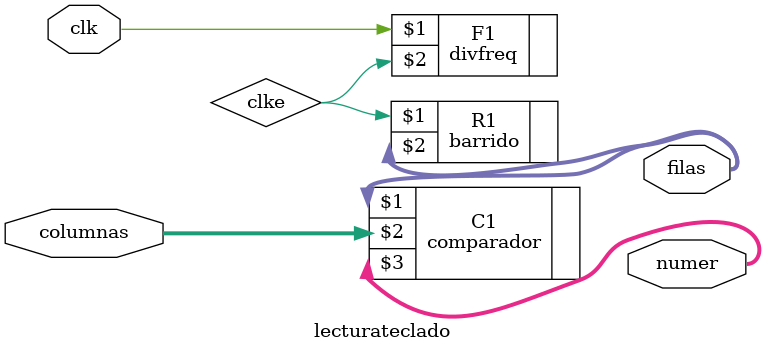
<source format=v>
module lecturateclado (clk, filas, columnas, numer);

//entradas
input [3:0]columnas;
input clk;

//salidas
output [3:0]filas;
output [3:0]numer;


//módulos llamados
 
divfreq F1(clk, clke);//divfreqbarrido por si acaso
barrido R1(clke, filas);
comparador C1(filas, columnas, numer);

endmodule 


</source>
